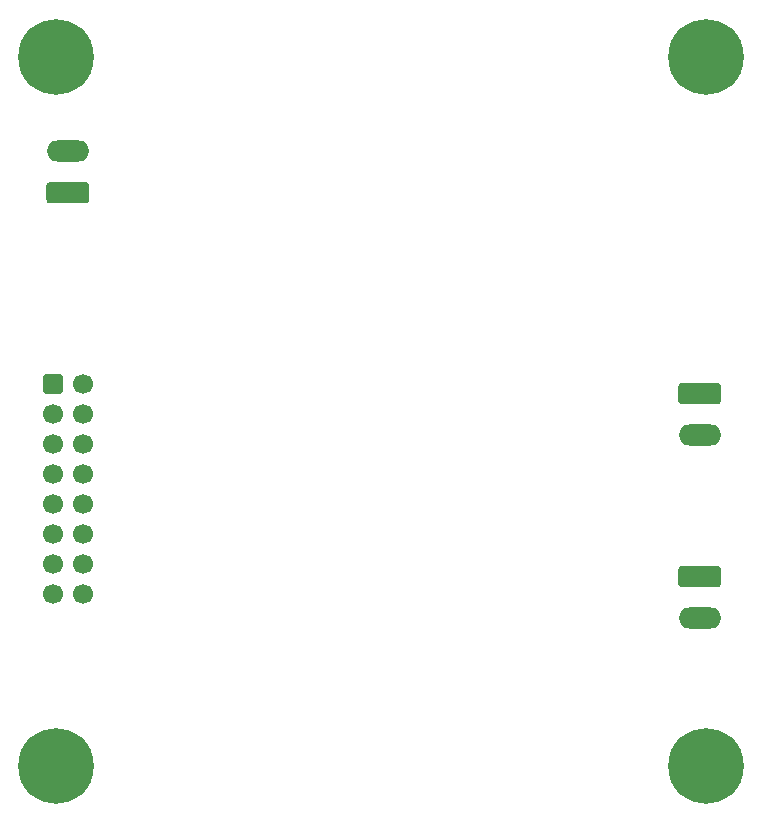
<source format=gbr>
%TF.GenerationSoftware,KiCad,Pcbnew,5.1.10*%
%TF.CreationDate,2021-07-04T17:51:47+02:00*%
%TF.ProjectId,DRV5825P,44525635-3832-4355-902e-6b696361645f,V0.1*%
%TF.SameCoordinates,Original*%
%TF.FileFunction,Soldermask,Bot*%
%TF.FilePolarity,Negative*%
%FSLAX46Y46*%
G04 Gerber Fmt 4.6, Leading zero omitted, Abs format (unit mm)*
G04 Created by KiCad (PCBNEW 5.1.10) date 2021-07-04 17:51:47*
%MOMM*%
%LPD*%
G01*
G04 APERTURE LIST*
%ADD10C,6.400000*%
%ADD11O,3.600000X1.800000*%
%ADD12C,1.700000*%
G04 APERTURE END LIST*
D10*
%TO.C,H4*%
X202500000Y-130000000D03*
%TD*%
%TO.C,H3*%
X202500000Y-70000000D03*
%TD*%
%TO.C,H2*%
X147500000Y-130000000D03*
%TD*%
%TO.C,H1*%
X147500000Y-70000000D03*
%TD*%
D11*
%TO.C,OUT_B*%
X202000000Y-117500000D03*
G36*
G01*
X200450000Y-113100000D02*
X203550000Y-113100000D01*
G75*
G02*
X203800000Y-113350000I0J-250000D01*
G01*
X203800000Y-114650000D01*
G75*
G02*
X203550000Y-114900000I-250000J0D01*
G01*
X200450000Y-114900000D01*
G75*
G02*
X200200000Y-114650000I0J250000D01*
G01*
X200200000Y-113350000D01*
G75*
G02*
X200450000Y-113100000I250000J0D01*
G01*
G37*
%TD*%
%TO.C,OUT_A*%
X202000000Y-102000000D03*
G36*
G01*
X200450000Y-97600000D02*
X203550000Y-97600000D01*
G75*
G02*
X203800000Y-97850000I0J-250000D01*
G01*
X203800000Y-99150000D01*
G75*
G02*
X203550000Y-99400000I-250000J0D01*
G01*
X200450000Y-99400000D01*
G75*
G02*
X200200000Y-99150000I0J250000D01*
G01*
X200200000Y-97850000D01*
G75*
G02*
X200450000Y-97600000I250000J0D01*
G01*
G37*
%TD*%
D12*
%TO.C,Data_CTL_I/O*%
X149790000Y-115470000D03*
X149790000Y-112930000D03*
X149790000Y-110390000D03*
X149790000Y-107850000D03*
X149790000Y-105310000D03*
X149790000Y-102770000D03*
X149790000Y-100230000D03*
X149790000Y-97690000D03*
X147250000Y-115470000D03*
X147250000Y-112930000D03*
X147250000Y-110390000D03*
X147250000Y-107850000D03*
X147250000Y-105310000D03*
X147250000Y-102770000D03*
X147250000Y-100230000D03*
G36*
G01*
X146400000Y-98290000D02*
X146400000Y-97090000D01*
G75*
G02*
X146650000Y-96840000I250000J0D01*
G01*
X147850000Y-96840000D01*
G75*
G02*
X148100000Y-97090000I0J-250000D01*
G01*
X148100000Y-98290000D01*
G75*
G02*
X147850000Y-98540000I-250000J0D01*
G01*
X146650000Y-98540000D01*
G75*
G02*
X146400000Y-98290000I0J250000D01*
G01*
G37*
%TD*%
D11*
%TO.C,Pwr_IN*%
X148500000Y-78000000D03*
G36*
G01*
X150050000Y-82400000D02*
X146950000Y-82400000D01*
G75*
G02*
X146700000Y-82150000I0J250000D01*
G01*
X146700000Y-80850000D01*
G75*
G02*
X146950000Y-80600000I250000J0D01*
G01*
X150050000Y-80600000D01*
G75*
G02*
X150300000Y-80850000I0J-250000D01*
G01*
X150300000Y-82150000D01*
G75*
G02*
X150050000Y-82400000I-250000J0D01*
G01*
G37*
%TD*%
M02*

</source>
